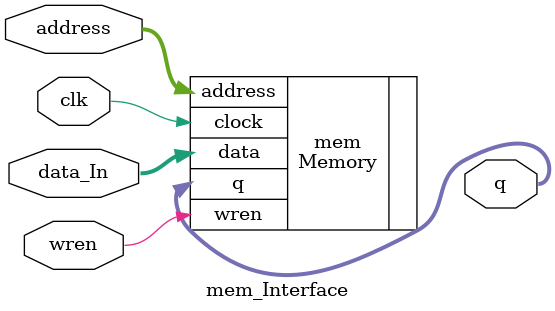
<source format=v>
module mem_Interface(input [7:0]address, input clk, input [15:0]data_In, input wren,
	output [15:00]q);

	Memory mem(
		.address(address),
		.clock(clk),
		.data(data_In),
		.wren(wren),
		.q(q)
	);

endmodule


</source>
